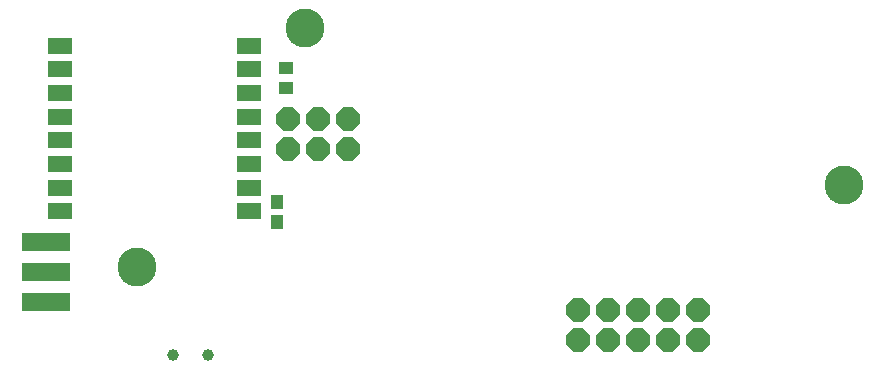
<source format=gbs>
G75*
G70*
%OFA0B0*%
%FSLAX24Y24*%
%IPPOS*%
%LPD*%
%AMOC8*
5,1,8,0,0,1.08239X$1,22.5*
%
%ADD10C,0.1300*%
%ADD11R,0.0827X0.0552*%
%ADD12R,0.1640X0.0640*%
%ADD13R,0.0434X0.0473*%
%ADD14R,0.0473X0.0434*%
%ADD15OC8,0.0780*%
%ADD16C,0.0394*%
D10*
X004120Y004180D03*
X009697Y012136D03*
X027680Y006916D03*
D11*
X007837Y006819D03*
X007837Y007607D03*
X007837Y008394D03*
X007837Y009182D03*
X007837Y009969D03*
X007837Y010756D03*
X007837Y011544D03*
X001538Y011544D03*
X001538Y010756D03*
X001538Y009969D03*
X001538Y009182D03*
X001538Y008394D03*
X001538Y007607D03*
X001538Y006819D03*
X001538Y006032D03*
X007837Y006032D03*
D12*
X001067Y005000D03*
X001067Y004000D03*
X001067Y003000D03*
D13*
X008792Y005665D03*
X008792Y006334D03*
D14*
X009074Y010144D03*
X009074Y010813D03*
D15*
X009149Y009097D03*
X010149Y009097D03*
X011149Y009097D03*
X011149Y008097D03*
X010149Y008097D03*
X009149Y008097D03*
X018801Y002739D03*
X019801Y002739D03*
X020801Y002739D03*
X021801Y002739D03*
X022801Y002739D03*
X022801Y001739D03*
X021801Y001739D03*
X020801Y001739D03*
X019801Y001739D03*
X018801Y001739D03*
D16*
X005301Y001227D03*
X006482Y001227D03*
M02*

</source>
